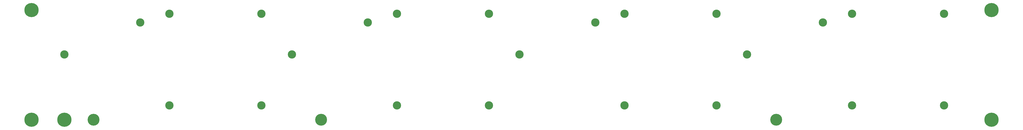
<source format=gbr>
G04 start of page 6 for group 4 idx 4 *
G04 Title: (unknown), power *
G04 Creator: pcb 20110918 *
G04 CreationDate: Wed 25 May 2016 01:20:19 PM GMT UTC *
G04 For: rz *
G04 Format: Gerber/RS-274X *
G04 PCB-Dimensions: 1692913 236220 *
G04 PCB-Coordinate-Origin: lower left *
%MOIN*%
%FSLAX25Y25*%
%LNGROUP4*%
%ADD40C,0.1220*%
%ADD39C,0.2000*%
%ADD38C,0.2400*%
%ADD37C,0.2040*%
%ADD36C,0.2440*%
%ADD35C,0.1420*%
G54D35*X260000Y206220D03*
X417500Y48720D03*
Y206220D03*
X470000Y136220D03*
X80000D03*
X209900Y191320D03*
X260000Y48720D03*
X599900Y191320D03*
X989900D03*
X1379900D03*
X650000Y206220D03*
X807500D03*
X1040000D03*
X1197500D03*
X1430000D03*
X1587500D03*
X650000Y48720D03*
X1040000D03*
X1197500D03*
X1430000D03*
X1587500D03*
X807500D03*
X860000Y136220D03*
X1250000D03*
G54D36*X1668950Y212620D03*
Y23820D03*
X23600Y212620D03*
Y23820D03*
G54D37*X130000D03*
G54D36*X80000D03*
G54D37*X520000D03*
X1300000D03*
G54D38*G54D39*G54D38*G54D39*G54D40*M02*

</source>
